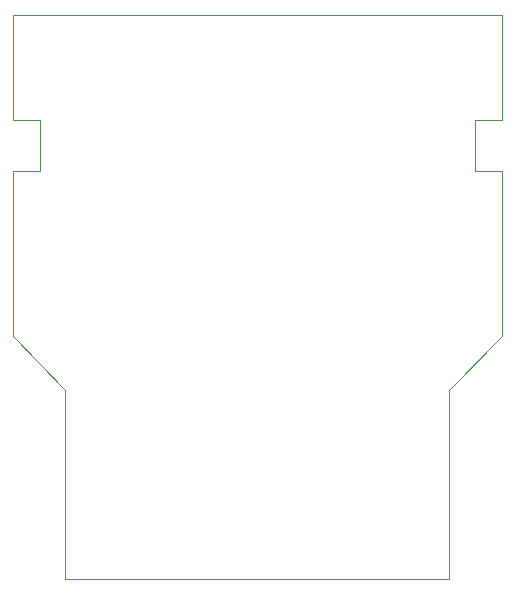
<source format=gbr>
%TF.GenerationSoftware,KiCad,Pcbnew,(5.1.6-0-10_14)*%
%TF.CreationDate,2020-09-23T23:55:55+02:00*%
%TF.ProjectId,a2k6-cart,61326b36-2d63-4617-9274-2e6b69636164,rev?*%
%TF.SameCoordinates,Original*%
%TF.FileFunction,Profile,NP*%
%FSLAX46Y46*%
G04 Gerber Fmt 4.6, Leading zero omitted, Abs format (unit mm)*
G04 Created by KiCad (PCBNEW (5.1.6-0-10_14)) date 2020-09-23 23:55:55*
%MOMM*%
%LPD*%
G01*
G04 APERTURE LIST*
%TA.AperFunction,Profile*%
%ADD10C,0.050000*%
%TD*%
G04 APERTURE END LIST*
D10*
X136398000Y-105156000D02*
X131953000Y-100584000D01*
X168910000Y-105156000D02*
X173355000Y-100584000D01*
X131953000Y-73406000D02*
X173355000Y-73406000D01*
X173355000Y-82296000D02*
X173355000Y-73406000D01*
X171069000Y-82296000D02*
X173355000Y-82296000D01*
X171069000Y-86614000D02*
X171069000Y-82296000D01*
X131953000Y-82296000D02*
X131953000Y-73406000D01*
X134239000Y-82296000D02*
X131953000Y-82296000D01*
X134239000Y-86614000D02*
X134239000Y-82296000D01*
X173355000Y-86614000D02*
X171069000Y-86614000D01*
X131953000Y-86614000D02*
X134239000Y-86614000D01*
X173355000Y-100584000D02*
X173355000Y-86614000D01*
X131953000Y-100584000D02*
X131953000Y-86614000D01*
X168910000Y-121158000D02*
X136398000Y-121158000D01*
X168910000Y-105156000D02*
X168910000Y-121158000D01*
X136398000Y-121158000D02*
X136398000Y-105156000D01*
M02*

</source>
